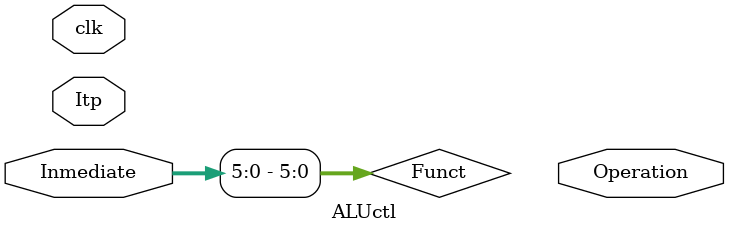
<source format=sv>
module ALUctl (
   input  wire        clk,       //Clock
   input  reg [15:0]  Inmediate, //[15:0] of instruction 
   input  reg [4:0]   Itp,       //I-Type instruction
   output reg [3:0]   Operation  //Operation for ALU      
);

reg [5:0] Funct;                 //Second part of opcode

assign Funct = Inmediate[5:0];   //Only use the Funct part

/* Params for ALU operations */
 localparam    NOTA  = 'b0000,   //OPCODE for NOT(A)
               NOTB  = 'b0001,   //OPCODE for NOT(B)
               AND   = 'b0010,   //OPCODE for A AND B
               OR    = 'b0011,   //OPCODE for A OR B
               XOR   = 'b0100,   //OPCODE for A XOR B
               NAND  = 'b0101,   //OPCODE for A NAND B
               NOR   = 'b0110,   //OPCODE for A NOR B
               XNOR  = 'b0111,   //OPCODE for A XNOR B
               ADDPP = 'b1000,   //Both numbers are positive (A+B)
               ADDPN = 'b1001,   //Number A is positive and number B is negative (A-B)
               ADDNP = 'b1010,   //Number A is negative and number B is positive (-A+B)
               ADDNN = 'b1011;   //Both numbers are negative (A-B)

/* Params for Func inputs */
 localparam    add   = 'h20,     //Funct for Add  
               addU  = 'h21,     //Funct for Add Unsigned
               sub   = 'h22,     //Funct for Substract
               subU  = 'h23,     //Funct for Substract Unsigned
               andf  = 'h24,     //Funct for A AND B 
               orf   = 'h25,     //Funct for A or B
               xorf  = 'h26,     //Funct for A xor B
               norf  = 'h27;     //Funct for A nor B

/* Paramas for I-Types inputs*/               
   
endmodule
</source>
